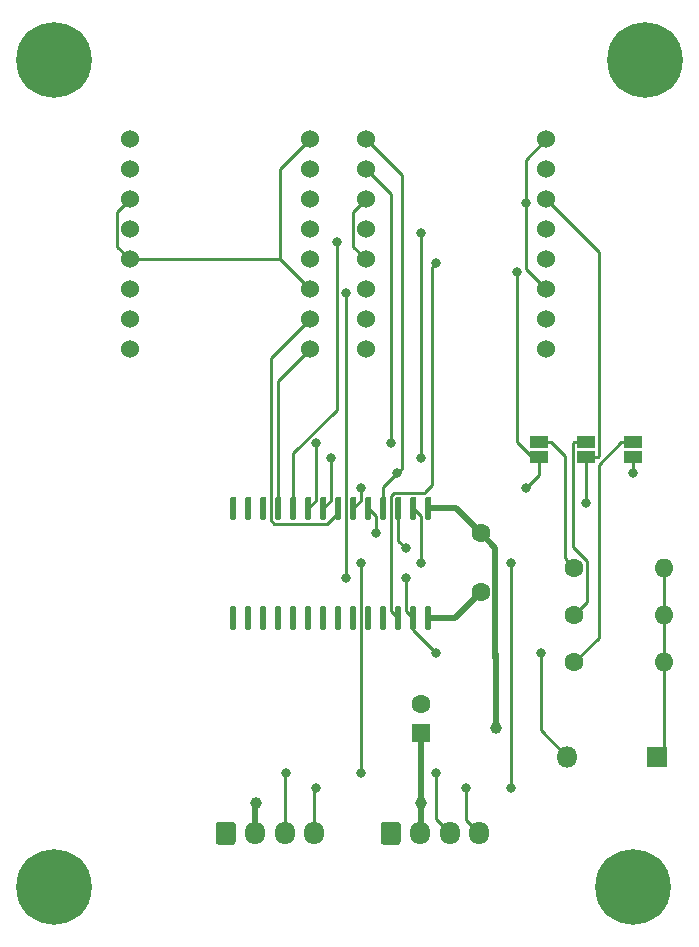
<source format=gbr>
%TF.GenerationSoftware,KiCad,Pcbnew,5.1.10-88a1d61d58~88~ubuntu20.04.1*%
%TF.CreationDate,2021-05-13T20:29:17+02:00*%
%TF.ProjectId,anna_elsa_moves_display,616e6e61-5f65-46c7-9361-5f6d6f766573,rev?*%
%TF.SameCoordinates,Original*%
%TF.FileFunction,Copper,L2,Bot*%
%TF.FilePolarity,Positive*%
%FSLAX46Y46*%
G04 Gerber Fmt 4.6, Leading zero omitted, Abs format (unit mm)*
G04 Created by KiCad (PCBNEW 5.1.10-88a1d61d58~88~ubuntu20.04.1) date 2021-05-13 20:29:17*
%MOMM*%
%LPD*%
G01*
G04 APERTURE LIST*
%TA.AperFunction,ComponentPad*%
%ADD10O,1.600000X1.600000*%
%TD*%
%TA.AperFunction,ComponentPad*%
%ADD11C,1.600000*%
%TD*%
%TA.AperFunction,SMDPad,CuDef*%
%ADD12R,1.500000X1.000000*%
%TD*%
%TA.AperFunction,ComponentPad*%
%ADD13O,1.700000X1.950000*%
%TD*%
%TA.AperFunction,ComponentPad*%
%ADD14C,6.400000*%
%TD*%
%TA.AperFunction,ComponentPad*%
%ADD15O,1.800000X1.800000*%
%TD*%
%TA.AperFunction,ComponentPad*%
%ADD16R,1.800000X1.800000*%
%TD*%
%TA.AperFunction,ComponentPad*%
%ADD17C,1.524000*%
%TD*%
%TA.AperFunction,ComponentPad*%
%ADD18R,1.600000X1.600000*%
%TD*%
%TA.AperFunction,ViaPad*%
%ADD19C,0.800000*%
%TD*%
%TA.AperFunction,ViaPad*%
%ADD20C,1.000000*%
%TD*%
%TA.AperFunction,Conductor*%
%ADD21C,0.250000*%
%TD*%
%TA.AperFunction,Conductor*%
%ADD22C,0.500000*%
%TD*%
G04 APERTURE END LIST*
D10*
%TO.P,R6,2*%
%TO.N,Net-(D12-Pad1)*%
X147620000Y-96000000D03*
D11*
%TO.P,R6,1*%
%TO.N,Net-(JP6-Pad1)*%
X140000000Y-96000000D03*
%TD*%
D10*
%TO.P,R5,2*%
%TO.N,Net-(D12-Pad1)*%
X147620000Y-92000000D03*
D11*
%TO.P,R5,1*%
%TO.N,Net-(JP5-Pad1)*%
X140000000Y-92000000D03*
%TD*%
D10*
%TO.P,R4,2*%
%TO.N,Net-(D12-Pad1)*%
X147620000Y-88000000D03*
D11*
%TO.P,R4,1*%
%TO.N,Net-(JP4-Pad1)*%
X140000000Y-88000000D03*
%TD*%
D12*
%TO.P,JP6,1*%
%TO.N,Net-(JP6-Pad1)*%
X145000000Y-77350000D03*
%TO.P,JP6,2*%
%TO.N,/A_1*%
X145000000Y-78650000D03*
%TD*%
%TO.P,JP5,1*%
%TO.N,Net-(JP5-Pad1)*%
X141000000Y-77350000D03*
%TO.P,JP5,2*%
%TO.N,/B_1*%
X141000000Y-78650000D03*
%TD*%
%TO.P,JP4,1*%
%TO.N,Net-(JP4-Pad1)*%
X137000000Y-77350000D03*
%TO.P,JP4,2*%
%TO.N,/C_1*%
X137000000Y-78650000D03*
%TD*%
D13*
%TO.P,J3,4*%
%TO.N,SCL*%
X117990000Y-110490000D03*
%TO.P,J3,3*%
%TO.N,SDA*%
X115490000Y-110490000D03*
%TO.P,J3,2*%
%TO.N,+5V*%
X112990000Y-110490000D03*
%TO.P,J3,1*%
%TO.N,GND*%
%TA.AperFunction,ComponentPad*%
G36*
G01*
X109640000Y-111215000D02*
X109640000Y-109765000D01*
G75*
G02*
X109890000Y-109515000I250000J0D01*
G01*
X111090000Y-109515000D01*
G75*
G02*
X111340000Y-109765000I0J-250000D01*
G01*
X111340000Y-111215000D01*
G75*
G02*
X111090000Y-111465000I-250000J0D01*
G01*
X109890000Y-111465000D01*
G75*
G02*
X109640000Y-111215000I0J250000D01*
G01*
G37*
%TD.AperFunction*%
%TD*%
%TO.P,J2,4*%
%TO.N,SCL*%
X131960000Y-110490000D03*
%TO.P,J2,3*%
%TO.N,SDA*%
X129460000Y-110490000D03*
%TO.P,J2,2*%
%TO.N,+5V*%
X126960000Y-110490000D03*
%TO.P,J2,1*%
%TO.N,GND*%
%TA.AperFunction,ComponentPad*%
G36*
G01*
X123610000Y-111215000D02*
X123610000Y-109765000D01*
G75*
G02*
X123860000Y-109515000I250000J0D01*
G01*
X125060000Y-109515000D01*
G75*
G02*
X125310000Y-109765000I0J-250000D01*
G01*
X125310000Y-111215000D01*
G75*
G02*
X125060000Y-111465000I-250000J0D01*
G01*
X123860000Y-111465000D01*
G75*
G02*
X123610000Y-111215000I0J250000D01*
G01*
G37*
%TD.AperFunction*%
%TD*%
%TO.P,J1,15*%
%TO.N,Net-(J1-Pad15)*%
%TA.AperFunction,SMDPad,CuDef*%
G36*
G01*
X111262500Y-83980000D02*
X110987500Y-83980000D01*
G75*
G02*
X110850000Y-83842500I0J137500D01*
G01*
X110850000Y-82117500D01*
G75*
G02*
X110987500Y-81980000I137500J0D01*
G01*
X111262500Y-81980000D01*
G75*
G02*
X111400000Y-82117500I0J-137500D01*
G01*
X111400000Y-83842500D01*
G75*
G02*
X111262500Y-83980000I-137500J0D01*
G01*
G37*
%TD.AperFunction*%
%TO.P,J1,16*%
%TO.N,Net-(J1-Pad16)*%
%TA.AperFunction,SMDPad,CuDef*%
G36*
G01*
X112532500Y-83980000D02*
X112257500Y-83980000D01*
G75*
G02*
X112120000Y-83842500I0J137500D01*
G01*
X112120000Y-82117500D01*
G75*
G02*
X112257500Y-81980000I137500J0D01*
G01*
X112532500Y-81980000D01*
G75*
G02*
X112670000Y-82117500I0J-137500D01*
G01*
X112670000Y-83842500D01*
G75*
G02*
X112532500Y-83980000I-137500J0D01*
G01*
G37*
%TD.AperFunction*%
%TO.P,J1,14*%
%TO.N,Net-(J1-Pad14)*%
%TA.AperFunction,SMDPad,CuDef*%
G36*
G01*
X111262500Y-93280000D02*
X110987500Y-93280000D01*
G75*
G02*
X110850000Y-93142500I0J137500D01*
G01*
X110850000Y-91417500D01*
G75*
G02*
X110987500Y-91280000I137500J0D01*
G01*
X111262500Y-91280000D01*
G75*
G02*
X111400000Y-91417500I0J-137500D01*
G01*
X111400000Y-93142500D01*
G75*
G02*
X111262500Y-93280000I-137500J0D01*
G01*
G37*
%TD.AperFunction*%
%TO.P,J1,13*%
%TO.N,Net-(J1-Pad13)*%
%TA.AperFunction,SMDPad,CuDef*%
G36*
G01*
X112532500Y-93280000D02*
X112257500Y-93280000D01*
G75*
G02*
X112120000Y-93142500I0J137500D01*
G01*
X112120000Y-91417500D01*
G75*
G02*
X112257500Y-91280000I137500J0D01*
G01*
X112532500Y-91280000D01*
G75*
G02*
X112670000Y-91417500I0J-137500D01*
G01*
X112670000Y-93142500D01*
G75*
G02*
X112532500Y-93280000I-137500J0D01*
G01*
G37*
%TD.AperFunction*%
%TO.P,J1,28*%
%TO.N,+5V*%
%TA.AperFunction,SMDPad,CuDef*%
G36*
G01*
X127772500Y-83980000D02*
X127497500Y-83980000D01*
G75*
G02*
X127360000Y-83842500I0J137500D01*
G01*
X127360000Y-82117500D01*
G75*
G02*
X127497500Y-81980000I137500J0D01*
G01*
X127772500Y-81980000D01*
G75*
G02*
X127910000Y-82117500I0J-137500D01*
G01*
X127910000Y-83842500D01*
G75*
G02*
X127772500Y-83980000I-137500J0D01*
G01*
G37*
%TD.AperFunction*%
%TO.P,J1,27*%
%TO.N,SDA*%
%TA.AperFunction,SMDPad,CuDef*%
G36*
G01*
X126502500Y-83980000D02*
X126227500Y-83980000D01*
G75*
G02*
X126090000Y-83842500I0J137500D01*
G01*
X126090000Y-82117500D01*
G75*
G02*
X126227500Y-81980000I137500J0D01*
G01*
X126502500Y-81980000D01*
G75*
G02*
X126640000Y-82117500I0J-137500D01*
G01*
X126640000Y-83842500D01*
G75*
G02*
X126502500Y-83980000I-137500J0D01*
G01*
G37*
%TD.AperFunction*%
%TO.P,J1,26*%
%TO.N,SCL*%
%TA.AperFunction,SMDPad,CuDef*%
G36*
G01*
X125232500Y-83980000D02*
X124957500Y-83980000D01*
G75*
G02*
X124820000Y-83842500I0J137500D01*
G01*
X124820000Y-82117500D01*
G75*
G02*
X124957500Y-81980000I137500J0D01*
G01*
X125232500Y-81980000D01*
G75*
G02*
X125370000Y-82117500I0J-137500D01*
G01*
X125370000Y-83842500D01*
G75*
G02*
X125232500Y-83980000I-137500J0D01*
G01*
G37*
%TD.AperFunction*%
%TO.P,J1,25*%
%TO.N,/A_1*%
%TA.AperFunction,SMDPad,CuDef*%
G36*
G01*
X123962500Y-83980000D02*
X123687500Y-83980000D01*
G75*
G02*
X123550000Y-83842500I0J137500D01*
G01*
X123550000Y-82117500D01*
G75*
G02*
X123687500Y-81980000I137500J0D01*
G01*
X123962500Y-81980000D01*
G75*
G02*
X124100000Y-82117500I0J-137500D01*
G01*
X124100000Y-83842500D01*
G75*
G02*
X123962500Y-83980000I-137500J0D01*
G01*
G37*
%TD.AperFunction*%
%TO.P,J1,24*%
%TO.N,/B_1*%
%TA.AperFunction,SMDPad,CuDef*%
G36*
G01*
X122692500Y-83980000D02*
X122417500Y-83980000D01*
G75*
G02*
X122280000Y-83842500I0J137500D01*
G01*
X122280000Y-82117500D01*
G75*
G02*
X122417500Y-81980000I137500J0D01*
G01*
X122692500Y-81980000D01*
G75*
G02*
X122830000Y-82117500I0J-137500D01*
G01*
X122830000Y-83842500D01*
G75*
G02*
X122692500Y-83980000I-137500J0D01*
G01*
G37*
%TD.AperFunction*%
%TO.P,J1,23*%
%TO.N,/C_1*%
%TA.AperFunction,SMDPad,CuDef*%
G36*
G01*
X121422500Y-83980000D02*
X121147500Y-83980000D01*
G75*
G02*
X121010000Y-83842500I0J137500D01*
G01*
X121010000Y-82117500D01*
G75*
G02*
X121147500Y-81980000I137500J0D01*
G01*
X121422500Y-81980000D01*
G75*
G02*
X121560000Y-82117500I0J-137500D01*
G01*
X121560000Y-83842500D01*
G75*
G02*
X121422500Y-83980000I-137500J0D01*
G01*
G37*
%TD.AperFunction*%
%TO.P,J1,22*%
%TO.N,/D_1*%
%TA.AperFunction,SMDPad,CuDef*%
G36*
G01*
X120152500Y-83980000D02*
X119877500Y-83980000D01*
G75*
G02*
X119740000Y-83842500I0J137500D01*
G01*
X119740000Y-82117500D01*
G75*
G02*
X119877500Y-81980000I137500J0D01*
G01*
X120152500Y-81980000D01*
G75*
G02*
X120290000Y-82117500I0J-137500D01*
G01*
X120290000Y-83842500D01*
G75*
G02*
X120152500Y-83980000I-137500J0D01*
G01*
G37*
%TD.AperFunction*%
%TO.P,J1,21*%
%TO.N,/E_1*%
%TA.AperFunction,SMDPad,CuDef*%
G36*
G01*
X118882500Y-83980000D02*
X118607500Y-83980000D01*
G75*
G02*
X118470000Y-83842500I0J137500D01*
G01*
X118470000Y-82117500D01*
G75*
G02*
X118607500Y-81980000I137500J0D01*
G01*
X118882500Y-81980000D01*
G75*
G02*
X119020000Y-82117500I0J-137500D01*
G01*
X119020000Y-83842500D01*
G75*
G02*
X118882500Y-83980000I-137500J0D01*
G01*
G37*
%TD.AperFunction*%
%TO.P,J1,20*%
%TO.N,/F_1*%
%TA.AperFunction,SMDPad,CuDef*%
G36*
G01*
X117612500Y-83980000D02*
X117337500Y-83980000D01*
G75*
G02*
X117200000Y-83842500I0J137500D01*
G01*
X117200000Y-82117500D01*
G75*
G02*
X117337500Y-81980000I137500J0D01*
G01*
X117612500Y-81980000D01*
G75*
G02*
X117750000Y-82117500I0J-137500D01*
G01*
X117750000Y-83842500D01*
G75*
G02*
X117612500Y-83980000I-137500J0D01*
G01*
G37*
%TD.AperFunction*%
%TO.P,J1,19*%
%TO.N,/G_1*%
%TA.AperFunction,SMDPad,CuDef*%
G36*
G01*
X116342500Y-83980000D02*
X116067500Y-83980000D01*
G75*
G02*
X115930000Y-83842500I0J137500D01*
G01*
X115930000Y-82117500D01*
G75*
G02*
X116067500Y-81980000I137500J0D01*
G01*
X116342500Y-81980000D01*
G75*
G02*
X116480000Y-82117500I0J-137500D01*
G01*
X116480000Y-83842500D01*
G75*
G02*
X116342500Y-83980000I-137500J0D01*
G01*
G37*
%TD.AperFunction*%
%TO.P,J1,18*%
%TO.N,/DP_1*%
%TA.AperFunction,SMDPad,CuDef*%
G36*
G01*
X115072500Y-83980000D02*
X114797500Y-83980000D01*
G75*
G02*
X114660000Y-83842500I0J137500D01*
G01*
X114660000Y-82117500D01*
G75*
G02*
X114797500Y-81980000I137500J0D01*
G01*
X115072500Y-81980000D01*
G75*
G02*
X115210000Y-82117500I0J-137500D01*
G01*
X115210000Y-83842500D01*
G75*
G02*
X115072500Y-83980000I-137500J0D01*
G01*
G37*
%TD.AperFunction*%
%TO.P,J1,17*%
%TO.N,Net-(J1-Pad17)*%
%TA.AperFunction,SMDPad,CuDef*%
G36*
G01*
X113802500Y-83980000D02*
X113527500Y-83980000D01*
G75*
G02*
X113390000Y-83842500I0J137500D01*
G01*
X113390000Y-82117500D01*
G75*
G02*
X113527500Y-81980000I137500J0D01*
G01*
X113802500Y-81980000D01*
G75*
G02*
X113940000Y-82117500I0J-137500D01*
G01*
X113940000Y-83842500D01*
G75*
G02*
X113802500Y-83980000I-137500J0D01*
G01*
G37*
%TD.AperFunction*%
%TO.P,J1,12*%
%TO.N,Net-(J1-Pad12)*%
%TA.AperFunction,SMDPad,CuDef*%
G36*
G01*
X113802500Y-93280000D02*
X113527500Y-93280000D01*
G75*
G02*
X113390000Y-93142500I0J137500D01*
G01*
X113390000Y-91417500D01*
G75*
G02*
X113527500Y-91280000I137500J0D01*
G01*
X113802500Y-91280000D01*
G75*
G02*
X113940000Y-91417500I0J-137500D01*
G01*
X113940000Y-93142500D01*
G75*
G02*
X113802500Y-93280000I-137500J0D01*
G01*
G37*
%TD.AperFunction*%
%TO.P,J1,11*%
%TO.N,Net-(J1-Pad11)*%
%TA.AperFunction,SMDPad,CuDef*%
G36*
G01*
X115072500Y-93280000D02*
X114797500Y-93280000D01*
G75*
G02*
X114660000Y-93142500I0J137500D01*
G01*
X114660000Y-91417500D01*
G75*
G02*
X114797500Y-91280000I137500J0D01*
G01*
X115072500Y-91280000D01*
G75*
G02*
X115210000Y-91417500I0J-137500D01*
G01*
X115210000Y-93142500D01*
G75*
G02*
X115072500Y-93280000I-137500J0D01*
G01*
G37*
%TD.AperFunction*%
%TO.P,J1,10*%
%TO.N,Net-(J1-Pad10)*%
%TA.AperFunction,SMDPad,CuDef*%
G36*
G01*
X116342500Y-93280000D02*
X116067500Y-93280000D01*
G75*
G02*
X115930000Y-93142500I0J137500D01*
G01*
X115930000Y-91417500D01*
G75*
G02*
X116067500Y-91280000I137500J0D01*
G01*
X116342500Y-91280000D01*
G75*
G02*
X116480000Y-91417500I0J-137500D01*
G01*
X116480000Y-93142500D01*
G75*
G02*
X116342500Y-93280000I-137500J0D01*
G01*
G37*
%TD.AperFunction*%
%TO.P,J1,9*%
%TO.N,Net-(J1-Pad9)*%
%TA.AperFunction,SMDPad,CuDef*%
G36*
G01*
X117612500Y-93280000D02*
X117337500Y-93280000D01*
G75*
G02*
X117200000Y-93142500I0J137500D01*
G01*
X117200000Y-91417500D01*
G75*
G02*
X117337500Y-91280000I137500J0D01*
G01*
X117612500Y-91280000D01*
G75*
G02*
X117750000Y-91417500I0J-137500D01*
G01*
X117750000Y-93142500D01*
G75*
G02*
X117612500Y-93280000I-137500J0D01*
G01*
G37*
%TD.AperFunction*%
%TO.P,J1,8*%
%TO.N,Net-(J1-Pad8)*%
%TA.AperFunction,SMDPad,CuDef*%
G36*
G01*
X118882500Y-93280000D02*
X118607500Y-93280000D01*
G75*
G02*
X118470000Y-93142500I0J137500D01*
G01*
X118470000Y-91417500D01*
G75*
G02*
X118607500Y-91280000I137500J0D01*
G01*
X118882500Y-91280000D01*
G75*
G02*
X119020000Y-91417500I0J-137500D01*
G01*
X119020000Y-93142500D01*
G75*
G02*
X118882500Y-93280000I-137500J0D01*
G01*
G37*
%TD.AperFunction*%
%TO.P,J1,7*%
%TO.N,Net-(J1-Pad7)*%
%TA.AperFunction,SMDPad,CuDef*%
G36*
G01*
X120152500Y-93280000D02*
X119877500Y-93280000D01*
G75*
G02*
X119740000Y-93142500I0J137500D01*
G01*
X119740000Y-91417500D01*
G75*
G02*
X119877500Y-91280000I137500J0D01*
G01*
X120152500Y-91280000D01*
G75*
G02*
X120290000Y-91417500I0J-137500D01*
G01*
X120290000Y-93142500D01*
G75*
G02*
X120152500Y-93280000I-137500J0D01*
G01*
G37*
%TD.AperFunction*%
%TO.P,J1,6*%
%TO.N,Net-(J1-Pad6)*%
%TA.AperFunction,SMDPad,CuDef*%
G36*
G01*
X121422500Y-93280000D02*
X121147500Y-93280000D01*
G75*
G02*
X121010000Y-93142500I0J137500D01*
G01*
X121010000Y-91417500D01*
G75*
G02*
X121147500Y-91280000I137500J0D01*
G01*
X121422500Y-91280000D01*
G75*
G02*
X121560000Y-91417500I0J-137500D01*
G01*
X121560000Y-93142500D01*
G75*
G02*
X121422500Y-93280000I-137500J0D01*
G01*
G37*
%TD.AperFunction*%
%TO.P,J1,5*%
%TO.N,Net-(J1-Pad5)*%
%TA.AperFunction,SMDPad,CuDef*%
G36*
G01*
X122692500Y-93280000D02*
X122417500Y-93280000D01*
G75*
G02*
X122280000Y-93142500I0J137500D01*
G01*
X122280000Y-91417500D01*
G75*
G02*
X122417500Y-91280000I137500J0D01*
G01*
X122692500Y-91280000D01*
G75*
G02*
X122830000Y-91417500I0J-137500D01*
G01*
X122830000Y-93142500D01*
G75*
G02*
X122692500Y-93280000I-137500J0D01*
G01*
G37*
%TD.AperFunction*%
%TO.P,J1,4*%
%TO.N,Net-(J1-Pad4)*%
%TA.AperFunction,SMDPad,CuDef*%
G36*
G01*
X123962500Y-93280000D02*
X123687500Y-93280000D01*
G75*
G02*
X123550000Y-93142500I0J137500D01*
G01*
X123550000Y-91417500D01*
G75*
G02*
X123687500Y-91280000I137500J0D01*
G01*
X123962500Y-91280000D01*
G75*
G02*
X124100000Y-91417500I0J-137500D01*
G01*
X124100000Y-93142500D01*
G75*
G02*
X123962500Y-93280000I-137500J0D01*
G01*
G37*
%TD.AperFunction*%
%TO.P,J1,3*%
%TO.N,/7_SEG_2*%
%TA.AperFunction,SMDPad,CuDef*%
G36*
G01*
X125232500Y-93280000D02*
X124957500Y-93280000D01*
G75*
G02*
X124820000Y-93142500I0J137500D01*
G01*
X124820000Y-91417500D01*
G75*
G02*
X124957500Y-91280000I137500J0D01*
G01*
X125232500Y-91280000D01*
G75*
G02*
X125370000Y-91417500I0J-137500D01*
G01*
X125370000Y-93142500D01*
G75*
G02*
X125232500Y-93280000I-137500J0D01*
G01*
G37*
%TD.AperFunction*%
%TO.P,J1,2*%
%TO.N,/7_SEG_1*%
%TA.AperFunction,SMDPad,CuDef*%
G36*
G01*
X126502500Y-93280000D02*
X126227500Y-93280000D01*
G75*
G02*
X126090000Y-93142500I0J137500D01*
G01*
X126090000Y-91417500D01*
G75*
G02*
X126227500Y-91280000I137500J0D01*
G01*
X126502500Y-91280000D01*
G75*
G02*
X126640000Y-91417500I0J-137500D01*
G01*
X126640000Y-93142500D01*
G75*
G02*
X126502500Y-93280000I-137500J0D01*
G01*
G37*
%TD.AperFunction*%
%TO.P,J1,1*%
%TO.N,GND*%
%TA.AperFunction,SMDPad,CuDef*%
G36*
G01*
X127772500Y-93280000D02*
X127497500Y-93280000D01*
G75*
G02*
X127360000Y-93142500I0J137500D01*
G01*
X127360000Y-91417500D01*
G75*
G02*
X127497500Y-91280000I137500J0D01*
G01*
X127772500Y-91280000D01*
G75*
G02*
X127910000Y-91417500I0J-137500D01*
G01*
X127910000Y-93142500D01*
G75*
G02*
X127772500Y-93280000I-137500J0D01*
G01*
G37*
%TD.AperFunction*%
%TD*%
D14*
%TO.P,H4,1*%
%TO.N,GND*%
X146000000Y-45000000D03*
%TD*%
%TO.P,H3,1*%
%TO.N,GND*%
X96000000Y-115000000D03*
%TD*%
%TO.P,H2,1*%
%TO.N,GND*%
X145000000Y-115000000D03*
%TD*%
%TO.P,H1,1*%
%TO.N,GND*%
X96000000Y-45000000D03*
%TD*%
D15*
%TO.P,D12,2*%
%TO.N,/7_SEG_1*%
X139380000Y-104000000D03*
D16*
%TO.P,D12,1*%
%TO.N,Net-(D12-Pad1)*%
X147000000Y-104000000D03*
%TD*%
D17*
%TO.P,D2,16*%
%TO.N,/7_SEG_2*%
X137615000Y-51735000D03*
%TO.P,D2,15*%
%TO.N,N/C*%
X137615000Y-54275000D03*
%TO.P,D2,14*%
%TO.N,/B_1*%
X137615000Y-56815000D03*
%TO.P,D2,13*%
%TO.N,/G_1*%
X137615000Y-59355000D03*
%TO.P,D2,12*%
%TO.N,/C_1*%
X137615000Y-61895000D03*
%TO.P,D2,11*%
%TO.N,/7_SEG_2*%
X137615000Y-64435000D03*
%TO.P,D2,10*%
%TO.N,/D_1*%
X137615000Y-66975000D03*
%TO.P,D2,9*%
%TO.N,/DP_1*%
X137615000Y-69515000D03*
%TO.P,D2,8*%
%TO.N,N/C*%
X122375000Y-69515000D03*
%TO.P,D2,7*%
X122375000Y-66975000D03*
%TO.P,D2,6*%
X122375000Y-64435000D03*
%TO.P,D2,5*%
%TO.N,/7_SEG_2*%
X122375000Y-61895000D03*
%TO.P,D2,4*%
%TO.N,/E_1*%
X122375000Y-59355000D03*
%TO.P,D2,3*%
%TO.N,/7_SEG_2*%
X122375000Y-56815000D03*
%TO.P,D2,2*%
%TO.N,/F_1*%
X122375000Y-54275000D03*
%TO.P,D2,1*%
%TO.N,/A_1*%
X122375000Y-51735000D03*
%TD*%
%TO.P,D1,16*%
%TO.N,/7_SEG_1*%
X117600000Y-51735000D03*
%TO.P,D1,15*%
%TO.N,N/C*%
X117600000Y-54275000D03*
%TO.P,D1,14*%
%TO.N,/B_1*%
X117600000Y-56815000D03*
%TO.P,D1,13*%
%TO.N,/G_1*%
X117600000Y-59355000D03*
%TO.P,D1,12*%
%TO.N,/C_1*%
X117600000Y-61895000D03*
%TO.P,D1,11*%
%TO.N,/7_SEG_1*%
X117600000Y-64435000D03*
%TO.P,D1,10*%
%TO.N,/D_1*%
X117600000Y-66975000D03*
%TO.P,D1,9*%
%TO.N,/DP_1*%
X117600000Y-69515000D03*
%TO.P,D1,8*%
%TO.N,N/C*%
X102360000Y-69515000D03*
%TO.P,D1,7*%
X102360000Y-66975000D03*
%TO.P,D1,6*%
X102360000Y-64435000D03*
%TO.P,D1,5*%
%TO.N,/7_SEG_1*%
X102360000Y-61895000D03*
%TO.P,D1,4*%
%TO.N,/E_1*%
X102360000Y-59355000D03*
%TO.P,D1,3*%
%TO.N,/7_SEG_1*%
X102360000Y-56815000D03*
%TO.P,D1,2*%
%TO.N,/F_1*%
X102360000Y-54275000D03*
%TO.P,D1,1*%
%TO.N,/A_1*%
X102360000Y-51735000D03*
%TD*%
D11*
%TO.P,C2,2*%
%TO.N,GND*%
X127000000Y-99500000D03*
D18*
%TO.P,C2,1*%
%TO.N,+5V*%
X127000000Y-102000000D03*
%TD*%
D11*
%TO.P,C1,2*%
%TO.N,GND*%
X132080000Y-90090000D03*
%TO.P,C1,1*%
%TO.N,+5V*%
X132080000Y-85090000D03*
%TD*%
D19*
%TO.N,SCL*%
X118110000Y-106680000D03*
X130810000Y-106680000D03*
X125730000Y-86360000D03*
X134620000Y-87630000D03*
X134620000Y-106680000D03*
%TO.N,SDA*%
X115570000Y-105410000D03*
X128270000Y-105410000D03*
X121920000Y-105410000D03*
X121920000Y-87630000D03*
X127000000Y-87630000D03*
D20*
%TO.N,+5V*%
X113030000Y-107950000D03*
X127000000Y-107950000D03*
X133350000Y-101600000D03*
D19*
%TO.N,/A_1*%
X145000000Y-80000000D03*
X125000000Y-80000000D03*
%TO.N,/B_1*%
X140970000Y-82550000D03*
X123190000Y-85090000D03*
%TO.N,/C_1*%
X135890000Y-81280000D03*
X121920000Y-81280000D03*
X135137999Y-62982001D03*
%TO.N,/E_1*%
X127000000Y-59690000D03*
X127000000Y-78740000D03*
X119380000Y-78740000D03*
%TO.N,/F_1*%
X124460000Y-77470000D03*
X118110000Y-77470000D03*
%TO.N,/G_1*%
X119897999Y-60442001D03*
%TO.N,/7_SEG_2*%
X135890000Y-57150000D03*
X128270000Y-62230000D03*
%TO.N,/7_SEG_1*%
X120650000Y-88900000D03*
X125730000Y-88900000D03*
X120650000Y-64770000D03*
X128270000Y-95250000D03*
X137160000Y-95250000D03*
%TD*%
D21*
%TO.N,SCL*%
X117990000Y-106800000D02*
X118110000Y-106680000D01*
X117990000Y-110490000D02*
X117990000Y-106800000D01*
X130810000Y-109340000D02*
X131960000Y-110490000D01*
X130810000Y-106680000D02*
X130810000Y-109340000D01*
X125095000Y-85725000D02*
X125095000Y-82980000D01*
X125730000Y-86360000D02*
X125095000Y-85725000D01*
X134620000Y-87630000D02*
X134620000Y-106680000D01*
%TO.N,SDA*%
X115490000Y-105490000D02*
X115570000Y-105410000D01*
X115490000Y-110490000D02*
X115490000Y-105490000D01*
X128270000Y-109300000D02*
X129460000Y-110490000D01*
X128270000Y-105410000D02*
X128270000Y-109300000D01*
X121920000Y-105410000D02*
X121920000Y-87630000D01*
X127000000Y-83615000D02*
X126365000Y-82980000D01*
X127000000Y-87630000D02*
X127000000Y-83615000D01*
D22*
%TO.N,+5V*%
X129970000Y-82980000D02*
X132080000Y-85090000D01*
X127635000Y-82980000D02*
X129970000Y-82980000D01*
X127000000Y-110180000D02*
X126760000Y-110420000D01*
X127000000Y-102000000D02*
X127000000Y-110450000D01*
X112990000Y-107990000D02*
X113030000Y-107950000D01*
X112990000Y-110490000D02*
X112990000Y-107990000D01*
X127000000Y-110450000D02*
X126960000Y-110490000D01*
X127000000Y-107950000D02*
X127000000Y-110450000D01*
X132080000Y-85090000D02*
X133330001Y-86340001D01*
X133350000Y-101600000D02*
X133350000Y-95289998D01*
X133330001Y-95269999D02*
X133330001Y-95669999D01*
X133350000Y-95289998D02*
X133330001Y-95269999D01*
X133330001Y-86340001D02*
X133330001Y-95269999D01*
%TO.N,GND*%
X129890000Y-92280000D02*
X132080000Y-90090000D01*
X127635000Y-92280000D02*
X129890000Y-92280000D01*
D21*
%TO.N,/A_1*%
X145000000Y-78650000D02*
X145000000Y-80000000D01*
X123825000Y-81175000D02*
X123825000Y-82980000D01*
X125000000Y-80000000D02*
X123825000Y-81175000D01*
X122375000Y-51735000D02*
X125399999Y-54759999D01*
X125399999Y-79600001D02*
X125000000Y-80000000D01*
X125399999Y-54759999D02*
X125399999Y-79600001D01*
%TO.N,/B_1*%
X141000000Y-81250000D02*
X140970000Y-81280000D01*
X141000000Y-82520000D02*
X140970000Y-82550000D01*
X141000000Y-78650000D02*
X141000000Y-82520000D01*
X123190000Y-83615000D02*
X122555000Y-82980000D01*
X123190000Y-85090000D02*
X123190000Y-83615000D01*
X142075001Y-61275001D02*
X137615000Y-56815000D01*
X142075001Y-78574999D02*
X142075001Y-61275001D01*
X142000000Y-78650000D02*
X142075001Y-78574999D01*
X141000000Y-78650000D02*
X142000000Y-78650000D01*
%TO.N,/C_1*%
X137000000Y-80170000D02*
X135890000Y-81280000D01*
X137000000Y-78650000D02*
X137000000Y-80170000D01*
X121920000Y-82345000D02*
X121285000Y-82980000D01*
X121920000Y-81280000D02*
X121920000Y-82345000D01*
X136464998Y-78650000D02*
X135137999Y-77323001D01*
X137000000Y-78650000D02*
X136464998Y-78650000D01*
X135137999Y-77323001D02*
X135137999Y-62982001D01*
%TO.N,/D_1*%
X117600000Y-66975000D02*
X114300000Y-70275000D01*
X120015000Y-83364088D02*
X120015000Y-82980000D01*
X119074078Y-84305010D02*
X120015000Y-83364088D01*
X114605922Y-84305010D02*
X119074078Y-84305010D01*
X114300000Y-83999088D02*
X114605922Y-84305010D01*
X114300000Y-70275000D02*
X114300000Y-83999088D01*
%TO.N,/E_1*%
X127000000Y-59690000D02*
X127000000Y-78740000D01*
X119380000Y-82345000D02*
X118745000Y-82980000D01*
X119380000Y-78740000D02*
X119380000Y-82345000D01*
%TO.N,/F_1*%
X122375000Y-54275000D02*
X124460000Y-56360000D01*
X124460000Y-56360000D02*
X124460000Y-77470000D01*
X118110000Y-82345000D02*
X117475000Y-82980000D01*
X118110000Y-77470000D02*
X118110000Y-82345000D01*
%TO.N,/G_1*%
X116205000Y-78301998D02*
X116205000Y-82980000D01*
X119897999Y-74608999D02*
X116205000Y-78301998D01*
X119897999Y-60442001D02*
X119897999Y-74608999D01*
%TO.N,/DP_1*%
X114935000Y-72180000D02*
X114935000Y-82980000D01*
X117600000Y-69515000D02*
X114935000Y-72180000D01*
%TO.N,/7_SEG_2*%
X121287999Y-57902001D02*
X121287999Y-60807999D01*
X121287999Y-60807999D02*
X122375000Y-61895000D01*
X122375000Y-56815000D02*
X121287999Y-57902001D01*
X137615000Y-51735000D02*
X135890000Y-53460000D01*
X135890000Y-53460000D02*
X135890000Y-57150000D01*
X135890000Y-57150000D02*
X135890000Y-58420000D01*
X135890000Y-62710000D02*
X137615000Y-64435000D01*
X135890000Y-57150000D02*
X135890000Y-62710000D01*
X124494990Y-91679990D02*
X125095000Y-92280000D01*
X124494990Y-81925922D02*
X124494990Y-91679990D01*
X124765922Y-81654990D02*
X124494990Y-81925922D01*
X127964078Y-62535922D02*
X128270000Y-62230000D01*
X127374990Y-81563166D02*
X127964078Y-80974078D01*
X127374990Y-81654990D02*
X127374990Y-81563166D01*
X127964078Y-80974078D02*
X127964078Y-62535922D01*
X127374990Y-81654990D02*
X124765922Y-81654990D01*
%TO.N,/7_SEG_1*%
X101272999Y-60807999D02*
X102360000Y-61895000D01*
X101272999Y-57902001D02*
X101272999Y-60807999D01*
X102360000Y-56815000D02*
X101272999Y-57902001D01*
X115060000Y-61895000D02*
X117600000Y-64435000D01*
X102360000Y-61895000D02*
X115060000Y-61895000D01*
X115060000Y-54275000D02*
X115060000Y-61895000D01*
X117600000Y-51735000D02*
X115060000Y-54275000D01*
X126365000Y-93280000D02*
X126365000Y-92280000D01*
X128335000Y-95250000D02*
X126365000Y-93280000D01*
X125730000Y-91645000D02*
X126365000Y-92280000D01*
X125730000Y-88900000D02*
X125730000Y-91645000D01*
X120650000Y-68580000D02*
X120650000Y-69850000D01*
X120650000Y-64770000D02*
X120650000Y-68580000D01*
X120650000Y-69850000D02*
X120650000Y-88900000D01*
X120650000Y-67485000D02*
X120650000Y-69850000D01*
X128335000Y-95250000D02*
X128270000Y-95250000D01*
X137160000Y-101780000D02*
X139380000Y-104000000D01*
X137160000Y-95250000D02*
X137160000Y-101780000D01*
%TO.N,Net-(D12-Pad1)*%
X147620000Y-103380000D02*
X147000000Y-104000000D01*
X147620000Y-88000000D02*
X147620000Y-103380000D01*
%TO.N,Net-(JP4-Pad1)*%
X139200001Y-78550001D02*
X139200001Y-87200001D01*
X138000000Y-77350000D02*
X139200001Y-78550001D01*
X139200001Y-87200001D02*
X140000000Y-88000000D01*
X137000000Y-77350000D02*
X138000000Y-77350000D01*
%TO.N,Net-(JP5-Pad1)*%
X141125001Y-90874999D02*
X140000000Y-92000000D01*
X141125001Y-87459999D02*
X141125001Y-90874999D01*
X139924999Y-77425001D02*
X139924999Y-86259997D01*
X140000000Y-77350000D02*
X139924999Y-77425001D01*
X139924999Y-86259997D02*
X141125001Y-87459999D01*
X141000000Y-77350000D02*
X140000000Y-77350000D01*
%TO.N,Net-(JP6-Pad1)*%
X144000000Y-77350000D02*
X142075001Y-79274999D01*
X142075001Y-93924999D02*
X140000000Y-96000000D01*
X142075001Y-79274999D02*
X142075001Y-93924999D01*
X145000000Y-77350000D02*
X144000000Y-77350000D01*
%TD*%
M02*

</source>
